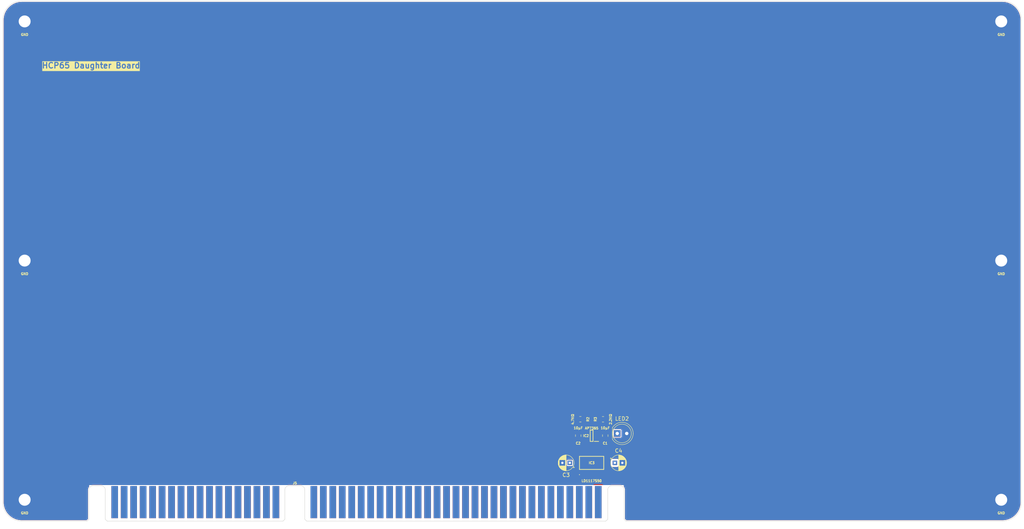
<source format=kicad_pcb>
(kicad_pcb (version 20221018) (generator pcbnew)
  (layers (0 "F.Cu" signal) (31 "B.Cu" signal) (36 "B.SilkS" user "B.Silkscreen") (37 "F.SilkS" user "F.Silkscreen") (38 "B.Mask" user) (39 "F.Mask" user) (44 "Edge.Cuts" user))
  (net 0 "")
  (net 1 "/5V")
  (net 2 "/GND")
  (net 11 "/3.3V")
  (net 54 "/12V")
  (net 95 "Net-(LED2-K)")
  (footprint "SamacSys_Parts:LD1117S33C" (layer "F.Cu") (at 169.672 148.856)
    (fp_text reference "IC3" (at 0 0) (layer "F.SilkS") (effects (font (size 0.635 0.635))))
    (fp_text value "LD1117S50C" hide)
    (fp_text user "${Silkscreen}" (at 0 4.826) (layer "F.SilkS") (effects (font (size 0.635 0.635))))
    (fp_line (start -3.252 3.125) (end -3.252 3.125) (stroke (width 0.1)) (layer "F.SilkS"))
    (fp_line (start -3.252 3.225) (end -3.252 3.225) (stroke (width 0.1)) (layer "F.SilkS"))
    (fp_line (start -3.25 -1.75) (end 3.25 -1.75) (stroke (width 0.2)) (layer "F.SilkS"))
    (fp_line (start -3.25 1.75) (end -3.25 -1.75) (stroke (width 0.2)) (layer "F.SilkS"))
    (fp_line (start 3.25 -1.75) (end 3.25 1.75) (stroke (width 0.2)) (layer "F.SilkS"))
    (fp_line (start 3.25 1.75) (end -3.25 1.75) (stroke (width 0.2)) (layer "F.SilkS"))
    (fp_arc (start -3.252 3.125) (mid -3.202 3.175) (end -3.252 3.225) (stroke (width 0.1)) (layer "F.SilkS"))
    (fp_arc (start -3.252 3.225) (mid -3.302 3.175) (end -3.252 3.125) (stroke (width 0.1)) (layer "F.SilkS"))
    (pad "1" smd rect (at -2.3 3.2) (size 1.2 1.5) (layers "F.Cu" "F.Paste" "F.Mask") (net 2 "/GND"))
    (pad "2" smd rect (at 0 3.2) (size 1.2 1.5) (layers "F.Cu" "F.Paste" "F.Mask") (net 1 "/5V"))
    (pad "3" smd rect (at 2.3 3.2) (size 1.2 1.5) (layers "F.Cu" "F.Paste" "F.Mask") (net 54 "/12V"))
    (pad "4" smd rect (at 0 -3.2 90) (size 1.5 3.3) (layers "F.Cu" "F.Paste" "F.Mask"))
  )
  (footprint "SamacSys_Parts:C_0805" (layer "F.Cu") (at 173.325001 141.531 180)
    (fp_text reference "C1" (at 0.027 -2.075) (layer "F.SilkS") (effects (font (size 0.635 0.635))))
    (fp_text value "10µF" (at 0 2.032) (layer "F.SilkS") (effects (font (size 0.635 0.635))))
    (fp_line (start -0.735 0.245252) (end -0.735 -0.277252) (stroke (width 0.12)) (layer "F.SilkS"))
    (fp_line (start 0.735 0.245252) (end 0.735 -0.277252) (stroke (width 0.12)) (layer "F.SilkS"))
    (pad "1" smd roundrect (at 0 0.934 270) (size 1 1.45) (layers "F.Cu" "F.Paste" "F.Mask") (net 1 "/5V"))
    (pad "2" smd roundrect (at 0 -0.966 270) (size 1 1.45) (layers "F.Cu" "F.Paste" "F.Mask") (net 2 "/GND"))
  )
  (footprint "HCP65_Parts:HCP65_MountingHole_M3_" (layer "F.Cu") (at 17.788 30.48)
    (fp_text reference "H19" hide)
    (fp_text value "MountingHole_Pad")
    (fp_text user "GND" (at 0 3.556 unlocked) (layer "F.SilkS") (effects (font (size 0.635 0.635))))
    (pad "1" thru_hole circle (at 0 0) (size 5.6 5.6) (drill 3.2) (layers "*.Cu" "*.Mask") (net 2 "/GND"))
  )
  (footprint "Capacitor_THT:CP_Radial_D4.0mm_P2.00mm" (layer "F.Cu") (at 175.903 148.856)
    (fp_text reference "C4" (at 1 -3.25) (layer "F.SilkS"))
    (fp_text value "C_Polarized")
    (fp_line (start -1.269801 -1.195) (end -0.869801 -1.195) (stroke (width 0.12)) (layer "F.SilkS"))
    (fp_line (start -1.069801 -1.395) (end -1.069801 -0.995) (stroke (width 0.12)) (layer "F.SilkS"))
    (fp_line (start 1 -2.08) (end 1 2.08) (stroke (width 0.12)) (layer "F.SilkS"))
    (fp_line (start 1.04 -2.08) (end 1.04 2.08) (stroke (width 0.12)) (layer "F.SilkS"))
    (fp_line (start 1.08 -2.079) (end 1.08 2.079) (stroke (width 0.12)) (layer "F.SilkS"))
    (fp_line (start 1.12 -2.077) (end 1.12 2.077) (stroke (width 0.12)) (layer "F.SilkS"))
    (fp_line (start 1.16 -2.074) (end 1.16 2.074) (stroke (width 0.12)) (layer "F.SilkS"))
    (fp_line (start 1.2 -2.071) (end 1.2 -0.84) (stroke (width 0.12)) (layer "F.SilkS"))
    (fp_line (start 1.2 0.84) (end 1.2 2.071) (stroke (width 0.12)) (layer "F.SilkS"))
    (fp_line (start 1.24 -2.067) (end 1.24 -0.84) (stroke (width 0.12)) (layer "F.SilkS"))
    (fp_line (start 1.24 0.84) (end 1.24 2.067) (stroke (width 0.12)) (layer "F.SilkS"))
    (fp_line (start 1.28 -2.062) (end 1.28 -0.84) (stroke (width 0.12)) (layer "F.SilkS"))
    (fp_line (start 1.28 0.84) (end 1.28 2.062) (stroke (width 0.12)) (layer "F.SilkS"))
    (fp_line (start 1.32 -2.056) (end 1.32 -0.84) (stroke (width 0.12)) (layer "F.SilkS"))
    (fp_line (start 1.32 0.84) (end 1.32 2.056) (stroke (width 0.12)) (layer "F.SilkS"))
    (fp_line (start 1.36 -2.05) (end 1.36 -0.84) (stroke (width 0.12)) (layer "F.SilkS"))
    (fp_line (start 1.36 0.84) (end 1.36 2.05) (stroke (width 0.12)) (layer "F.SilkS"))
    (fp_line (start 1.4 -2.042) (end 1.4 -0.84) (stroke (width 0.12)) (layer "F.SilkS"))
    (fp_line (start 1.4 0.84) (end 1.4 2.042) (stroke (width 0.12)) (layer "F.SilkS"))
    (fp_line (start 1.44 -2.034) (end 1.44 -0.84) (stroke (width 0.12)) (layer "F.SilkS"))
    (fp_line (start 1.44 0.84) (end 1.44 2.034) (stroke (width 0.12)) (layer "F.SilkS"))
    (fp_line (start 1.48 -2.025) (end 1.48 -0.84) (stroke (width 0.12)) (layer "F.SilkS"))
    (fp_line (start 1.48 0.84) (end 1.48 2.025) (stroke (width 0.12)) (layer "F.SilkS"))
    (fp_line (start 1.52 -2.016) (end 1.52 -0.84) (stroke (width 0.12)) (layer "F.SilkS"))
    (fp_line (start 1.52 0.84) (end 1.52 2.016) (stroke (width 0.12)) (layer "F.SilkS"))
    (fp_line (start 1.56 -2.005) (end 1.56 -0.84) (stroke (width 0.12)) (layer "F.SilkS"))
    (fp_line (start 1.56 0.84) (end 1.56 2.005) (stroke (width 0.12)) (layer "F.SilkS"))
    (fp_line (start 1.6 -1.994) (end 1.6 -0.84) (stroke (width 0.12)) (layer "F.SilkS"))
    (fp_line (start 1.6 0.84) (end 1.6 1.994) (stroke (width 0.12)) (layer "F.SilkS"))
    (fp_line (start 1.64 -1.982) (end 1.64 -0.84) (stroke (width 0.12)) (layer "F.SilkS"))
    (fp_line (start 1.64 0.84) (end 1.64 1.982) (stroke (width 0.12)) (layer "F.SilkS"))
    (fp_line (start 1.68 -1.968) (end 1.68 -0.84) (stroke (width 0.12)) (layer "F.SilkS"))
    (fp_line (start 1.68 0.84) (end 1.68 1.968) (stroke (width 0.12)) (layer "F.SilkS"))
    (fp_line (start 1.721 -1.954) (end 1.721 -0.84) (stroke (width 0.12)) (layer "F.SilkS"))
    (fp_line (start 1.721 0.84) (end 1.721 1.954) (stroke (width 0.12)) (layer "F.SilkS"))
    (fp_line (start 1.761 -1.94) (end 1.761 -0.84) (stroke (width 0.12)) (layer "F.SilkS"))
    (fp_line (start 1.761 0.84) (end 1.761 1.94) (stroke (width 0.12)) (layer "F.SilkS"))
    (fp_line (start 1.801 -1.924) (end 1.801 -0.84) (stroke (width 0.12)) (layer "F.SilkS"))
    (fp_line (start 1.801 0.84) (end 1.801 1.924) (stroke (width 0.12)) (layer "F.SilkS"))
    (fp_line (start 1.841 -1.907) (end 1.841 -0.84) (stroke (width 0.12)) (layer "F.SilkS"))
    (fp_line (start 1.841 0.84) (end 1.841 1.907) (stroke (width 0.12)) (layer "F.SilkS"))
    (fp_line (start 1.881 -1.889) (end 1.881 -0.84) (stroke (width 0.12)) (layer "F.SilkS"))
    (fp_line (start 1.881 0.84) (end 1.881 1.889) (stroke (width 0.12)) (layer "F.SilkS"))
    (fp_line (start 1.921 -1.87) (end 1.921 -0.84) (stroke (width 0.12)) (layer "F.SilkS"))
    (fp_line (start 1.921 0.84) (end 1.921 1.87) (stroke (width 0.12)) (layer "F.SilkS"))
    (fp_line (start 1.961 -1.851) (end 1.961 -0.84) (stroke (width 0.12)) (layer "F.SilkS"))
    (fp_line (start 1.961 0.84) (end 1.961 1.851) (stroke (width 0.12)) (layer "F.SilkS"))
    (fp_line (start 2.001 -1.83) (end 2.001 -0.84) (stroke (width 0.12)) (layer "F.SilkS"))
    (fp_line (start 2.001 0.84) (end 2.001 1.83) (stroke (width 0.12)) (layer "F.SilkS"))
    (fp_line (start 2.041 -1.808) (end 2.041 -0.84) (stroke (width 0.12)) (layer "F.SilkS"))
    (fp_line (start 2.041 0.84) (end 2.041 1.808) (stroke (width 0.12)) (layer "F.SilkS"))
    (fp_line (start 2.081 -1.785) (end 2.081 -0.84) (stroke (width 0.12)) (layer "F.SilkS"))
    (fp_line (start 2.081 0.84) (end 2.081 1.785) (stroke (width 0.12)) (layer "F.SilkS"))
    (fp_line (start 2.121 -1.76) (end 2.121 -0.84) (stroke (width 0.12)) (layer "F.SilkS"))
    (fp_line (start 2.121 0.84) (end 2.121 1.76) (stroke (width 0.12)) (layer "F.SilkS"))
    (fp_line (start 2.161 -1.735) (end 2.161 -0.84) (stroke (width 0.12)) (layer "F.SilkS"))
    (fp_line (start 2.161 0.84) (end 2.161 1.735) (stroke (width 0.12)) (layer "F.SilkS"))
    (fp_line (start 2.201 -1.708) (end 2.201 -0.84) (stroke (width 0.12)) (layer "F.SilkS"))
    (fp_line (start 2.201 0.84) (end 2.201 1.708) (stroke (width 0.12)) (layer "F.SilkS"))
    (fp_line (start 2.241 -1.68) (end 2.241 -0.84) (stroke (width 0.12)) (layer "F.SilkS"))
    (fp_line (start 2.241 0.84) (end 2.241 1.68) (stroke (width 0.12)) (layer "F.SilkS"))
    (fp_line (start 2.281 -1.65) (end 2.281 -0.84) (stroke (width 0.12)) (layer "F.SilkS"))
    (fp_line (start 2.281 0.84) (end 2.281 1.65) (stroke (width 0.12)) (layer "F.SilkS"))
    (fp_line (start 2.321 -1.619) (end 2.321 -0.84) (stroke (width 0.12)) (layer "F.SilkS"))
    (fp_line (start 2.321 0.84) (end 2.321 1.619) (stroke (width 0.12)) (layer "F.SilkS"))
    (fp_line (start 2.361 -1.587) (end 2.361 -0.84) (stroke (width 0.12)) (layer "F.SilkS"))
    (fp_line (start 2.361 0.84) (end 2.361 1.587) (stroke (width 0.12)) (layer "F.SilkS"))
    (fp_line (start 2.401 -1.552) (end 2.401 -0.84) (stroke (width 0.12)) (layer "F.SilkS"))
    (fp_line (start 2.401 0.84) (end 2.401 1.552) (stroke (width 0.12)) (layer "F.SilkS"))
    (fp_line (start 2.441 -1.516) (end 2.441 -0.84) (stroke (width 0.12)) (layer "F.SilkS"))
    (fp_line (start 2.441 0.84) (end 2.441 1.516) (stroke (width 0.12)) (layer "F.SilkS"))
    (fp_line (start 2.481 -1.478) (end 2.481 -0.84) (stroke (width 0.12)) (layer "F.SilkS"))
    (fp_line (start 2.481 0.84) (end 2.481 1.478) (stroke (width 0.12)) (layer "F.SilkS"))
    (fp_line (start 2.521 -1.438) (end 2.521 -0.84) (stroke (width 0.12)) (layer "F.SilkS"))
    (fp_line (start 2.521 0.84) (end 2.521 1.438) (stroke (width 0.12)) (layer "F.SilkS"))
    (fp_line (start 2.561 -1.396) (end 2.561 -0.84) (stroke (width 0.12)) (layer "F.SilkS"))
    (fp_line (start 2.561 0.84) (end 2.561 1.396) (stroke (width 0.12)) (layer "F.SilkS"))
    (fp_line (start 2.601 -1.351) (end 2.601 -0.84) (stroke (width 0.12)) (layer "F.SilkS"))
    (fp_line (start 2.601 0.84) (end 2.601 1.351) (stroke (width 0.12)) (layer "F.SilkS"))
    (fp_line (start 2.641 -1.304) (end 2.641 -0.84) (stroke (width 0.12)) (layer "F.SilkS"))
    (fp_line (start 2.641 0.84) (end 2.641 1.304) (stroke (width 0.12)) (layer "F.SilkS"))
    (fp_line (start 2.681 -1.254) (end 2.681 -0.84) (stroke (width 0.12)) (layer "F.SilkS"))
    (fp_line (start 2.681 0.84) (end 2.681 1.254) (stroke (width 0.12)) (layer "F.SilkS"))
    (fp_line (start 2.721 -1.2) (end 2.721 -0.84) (stroke (width 0.12)) (layer "F.SilkS"))
    (fp_line (start 2.721 0.84) (end 2.721 1.2) (stroke (width 0.12)) (layer "F.SilkS"))
    (fp_line (start 2.761 -1.142) (end 2.761 -0.84) (stroke (width 0.12)) (layer "F.SilkS"))
    (fp_line (start 2.761 0.84) (end 2.761 1.142) (stroke (width 0.12)) (layer "F.SilkS"))
    (fp_line (start 2.801 -1.08) (end 2.801 -0.84) (stroke (width 0.12)) (layer "F.SilkS"))
    (fp_line (start 2.801 0.84) (end 2.801 1.08) (stroke (width 0.12)) (layer "F.SilkS"))
    (fp_line (start 2.841 -1.013) (end 2.841 1.013) (stroke (width 0.12)) (layer "F.SilkS"))
    (fp_line (start 2.881 -0.94) (end 2.881 0.94) (stroke (width 0.12)) (layer "F.SilkS"))
    (fp_line (start 2.921 -0.859) (end 2.921 0.859) (stroke (width 0.12)) (layer "F.SilkS"))
    (fp_line (start 2.961 -0.768) (end 2.961 0.768) (stroke (width 0.12)) (layer "F.SilkS"))
    (fp_line (start 3.001 -0.664) (end 3.001 0.664) (stroke (width 0.12)) (layer "F.SilkS"))
    (fp_line (start 3.041 -0.537) (end 3.041 0.537) (stroke (width 0.12)) (layer "F.SilkS"))
    (fp_line (start 3.081 -0.37) (end 3.081 0.37) (stroke (width 0.12)) (layer "F.SilkS"))
    (fp_circle (center 1 0) (end 3.12 0) (stroke (width 0.12)) (fill none) (layer "F.SilkS"))
    (pad "1" thru_hole rect (at 0 0) (size 1.2 1.2) (drill 0.6) (layers "*.Cu" "*.Mask") (net 54 "/12V"))
    (pad "2" thru_hole circle (at 2 0) (size 1.2 1.2) (drill 0.6) (layers "*.Cu" "*.Mask") (net 2 "/GND"))
  )
  (footprint "HCP65_Parts:HCP65_MountingHole_M3_" (layer "F.Cu") (at 279.408 30.48)
    (fp_text reference "H8" hide)
    (fp_text value "MountingHole_Pad")
    (fp_text user "GND" (at 0 3.556 unlocked) (layer "F.SilkS") (effects (font (size 0.635 0.635))))
    (pad "1" thru_hole circle (at 0 0) (size 5.6 5.6) (drill 3.2) (layers "*.Cu" "*.Mask") (net 2 "/GND"))
  )
  (footprint "SamacSys_Parts:SOT95P285X130-5N" (layer "F.Cu") (at 169.672 141.592 180)
    (fp_text reference "IC2" (at 1.524 0 180) (layer "F.SilkS") (effects (font (size 0.635 0.635))))
    (fp_text value "AP7365-33WG-7" hide)
    (fp_text user "${Silkscreen}" (at 0 2.032 180) (layer "F.SilkS") (effects (font (size 0.635 0.635))))
    (fp_line (start -1.875 -1.5) (end -0.725 -1.5) (stroke (width 0.2)) (layer "F.SilkS"))
    (fp_line (start -0.375 -1.5) (end 0.375 -1.5) (stroke (width 0.2)) (layer "F.SilkS"))
    (fp_line (start -0.375 1.5) (end -0.375 -1.5) (stroke (width 0.2)) (layer "F.SilkS"))
    (fp_line (start 0.375 -1.5) (end 0.375 1.5) (stroke (width 0.2)) (layer "F.SilkS"))
    (fp_line (start 0.375 1.5) (end -0.375 1.5) (stroke (width 0.2)) (layer "F.SilkS"))
    (pad "1" smd rect (at -1.3 -0.95 270) (size 0.6 1.15) (layers "F.Cu" "F.Paste" "F.Mask") (net 1 "/5V"))
    (pad "2" smd rect (at -1.3 0 270) (size 0.6 1.15) (layers "F.Cu" "F.Paste" "F.Mask") (net 2 "/GND"))
    (pad "3" smd rect (at -1.3 0.95 270) (size 0.6 1.15) (layers "F.Cu" "F.Paste" "F.Mask") (net 1 "/5V"))
    (pad "4" smd rect (at 1.3 0.95 270) (size 0.6 1.15) (layers "F.Cu" "F.Paste" "F.Mask"))
    (pad "5" smd rect (at 1.3 -0.95 270) (size 0.6 1.15) (layers "F.Cu" "F.Paste" "F.Mask") (net 11 "/3.3V"))
  )
  (footprint "SamacSys_Parts:C_0805" (layer "F.Cu") (at 166.086001 141.531 180)
    (fp_text reference "C2" (at 0.027 -2.075) (layer "F.SilkS") (effects (font (size 0.635 0.635))))
    (fp_text value "10µF" (at 0 2.032) (layer "F.SilkS") (effects (font (size 0.635 0.635))))
    (fp_line (start -0.735 0.245252) (end -0.735 -0.277252) (stroke (width 0.12)) (layer "F.SilkS"))
    (fp_line (start 0.735 0.245252) (end 0.735 -0.277252) (stroke (width 0.12)) (layer "F.SilkS"))
    (pad "1" smd roundrect (at 0 0.934 270) (size 1 1.45) (layers "F.Cu" "F.Paste" "F.Mask") (net 11 "/3.3V"))
    (pad "2" smd roundrect (at 0 -0.966 270) (size 1 1.45) (layers "F.Cu" "F.Paste" "F.Mask") (net 2 "/GND"))
  )
  (footprint "SamacSys_Parts:R_0805" (layer "F.Cu") (at 166.6555 137.17 -90)
    (fp_text reference "R2" (at 0 -2.032 -270) (layer "F.SilkS") (effects (font (size 0.635 0.635))))
    (fp_text value "4.7KΩ" (at 0 2.032 90) (layer "F.SilkS") (effects (font (size 0.635 0.635))))
    (fp_line (start -0.745 0.227064) (end -0.745 -0.227064) (stroke (width 0.12)) (layer "F.SilkS"))
    (fp_line (start 0.725 0.227064) (end 0.725 -0.227064) (stroke (width 0.12)) (layer "F.SilkS"))
    (pad "1" smd roundrect (at -0.01 0.9125) (size 1.025 1.4) (layers "F.Cu" "F.Paste" "F.Mask") (roundrect_rratio 0.243902439) (net 1 "/5V"))
    (pad "2" smd roundrect (at -0.01 -0.9125) (size 1.025 1.4) (layers "F.Cu" "F.Paste" "F.Mask") (roundrect_rratio 0.243902439) (net 2 "/GND"))
  )
  (footprint "LED_THT:LED_D5.0mm" (layer "F.Cu") (at 176.538 140.97)
    (fp_text reference "LED2" (at 1.27 -3.96) (layer "F.SilkS"))
    (fp_text value "LED")
    (fp_line (start -1.29 -1.545) (end -1.29 1.545) (stroke (width 0.12)) (layer "F.SilkS"))
    (fp_arc (start -1.29 -1.54483) (mid 2.072002 -2.880433) (end 4.26 0.000462) (stroke (width 0.12)) (layer "F.SilkS"))
    (fp_arc (start 4.26 -0.000462) (mid 2.072002 2.880433) (end -1.29 1.54483) (stroke (width 0.12)) (layer "F.SilkS"))
    (fp_circle (center 1.27 0) (end 3.77 0) (stroke (width 0.12)) (fill none) (layer "F.SilkS"))
    (pad "1" thru_hole rect (at 0 0) (size 1.8 1.8) (drill 0.9) (layers "*.Cu" "*.Mask") (net 95 "Net-(LED2-K)"))
    (pad "2" thru_hole circle (at 2.54 0) (size 1.8 1.8) (drill 0.9) (layers "*.Cu" "*.Mask") (net 2 "/GND"))
  )
  (footprint "Capacitor_THT:CP_Radial_D4.0mm_P2.00mm" (layer "F.Cu") (at 163.838 148.856 180)
    (fp_text reference "C3" (at 1 -3.25) (layer "F.SilkS"))
    (fp_text value "C_Polarized")
    (fp_line (start -1.269801 -1.195) (end -0.869801 -1.195) (stroke (width 0.12)) (layer "F.SilkS"))
    (fp_line (start -1.069801 -1.395) (end -1.069801 -0.995) (stroke (width 0.12)) (layer "F.SilkS"))
    (fp_line (start 1 -2.08) (end 1 2.08) (stroke (width 0.12)) (layer "F.SilkS"))
    (fp_line (start 1.04 -2.08) (end 1.04 2.08) (stroke (width 0.12)) (layer "F.SilkS"))
    (fp_line (start 1.08 -2.079) (end 1.08 2.079) (stroke (width 0.12)) (layer "F.SilkS"))
    (fp_line (start 1.12 -2.077) (end 1.12 2.077) (stroke (width 0.12)) (layer "F.SilkS"))
    (fp_line (start 1.16 -2.074) (end 1.16 2.074) (stroke (width 0.12)) (layer "F.SilkS"))
    (fp_line (start 1.2 -2.071) (end 1.2 -0.84) (stroke (width 0.12)) (layer "F.SilkS"))
    (fp_line (start 1.2 0.84) (end 1.2 2.071) (stroke (width 0.12)) (layer "F.SilkS"))
    (fp_line (start 1.24 -2.067) (end 1.24 -0.84) (stroke (width 0.12)) (layer "F.SilkS"))
    (fp_line (start 1.24 0.84) (end 1.24 2.067) (stroke (width 0.12)) (layer "F.SilkS"))
    (fp_line (start 1.28 -2.062) (end 1.28 -0.84) (stroke (width 0.12)) (layer "F.SilkS"))
    (fp_line (start 1.28 0.84) (end 1.28 2.062) (stroke (width 0.12)) (layer "F.SilkS"))
    (fp_line (start 1.32 -2.056) (end 1.32 -0.84) (stroke (width 0.12)) (layer "F.SilkS"))
    (fp_line (start 1.32 0.84) (end 1.32 2.056) (stroke (width 0.12)) (layer "F.SilkS"))
    (fp_line (start 1.36 -2.05) (end 1.36 -0.84) (stroke (width 0.12)) (layer "F.SilkS"))
    (fp_line (start 1.36 0.84) (end 1.36 2.05) (stroke (width 0.12)) (layer "F.SilkS"))
    (fp_line (start 1.4 -2.042) (end 1.4 -0.84) (stroke (width 0.12)) (layer "F.SilkS"))
    (fp_line (start 1.4 0.84) (end 1.4 2.042) (stroke (width 0.12)) (layer "F.SilkS"))
    (fp_line (start 1.44 -2.034) (end 1.44 -0.84) (stroke (width 0.12)) (layer "F.SilkS"))
    (fp_line (start 1.44 0.84) (end 1.44 2.034) (stroke (width 0.12)) (layer "F.SilkS"))
    (fp_line (start 1.48 -2.025) (end 1.48 -0.84) (stroke (width 0.12)) (layer "F.SilkS"))
    (fp_line (start 1.48 0.84) (end 1.48 2.025) (stroke (width 0.12)) (layer "F.SilkS"))
    (fp_line (start 1.52 -2.016) (end 1.52 -0.84) (stroke (width 0.12)) (layer "F.SilkS"))
    (fp_line (start 1.52 0.84) (end 1.52 2.016) (stroke (width 0.12)) (layer "F.SilkS"))
    (fp_line (start 1.56 -2.005) (end 1.56 -0.84) (stroke (width 0.12)) (layer "F.SilkS"))
    (fp_line (start 1.56 0.84) (end 1.56 2.005) (stroke (width 0.12)) (layer "F.SilkS"))
    (fp_line (start 1.6 -1.994) (end 1.6 -0.84) (stroke (width 0.12)) (layer "F.SilkS"))
    (fp_line (start 1.6 0.84) (end 1.6 1.994) (stroke (width 0.12)) (layer "F.SilkS"))
    (fp_line (start 1.64 -1.982) (end 1.64 -0.84) (stroke (width 0.12)) (layer "F.SilkS"))
    (fp_line (start 1.64 0.84) (end 1.64 1.982) (stroke (width 0.12)) (layer "F.SilkS"))
    (fp_line (start 1.68 -1.968) (end 1.68 -0.84) (stroke (width 0.12)) (layer "F.SilkS"))
    (fp_line (start 1.68 0.84) (end 1.68 1.968) (stroke (width 0.12)) (layer "F.SilkS"))
    (fp_line (start 1.721 -1.954) (end 1.721 -0.84) (stroke (width 0.12)) (layer "F.SilkS"))
    (fp_line (start 1.721 0.84) (end 1.721 1.954) (stroke (width 0.12)) (layer "F.SilkS"))
    (fp_line (start 1.761 -1.94) (end 1.761 -0.84) (stroke (width 0.12)) (layer "F.SilkS"))
    (fp_line (start 1.761 0.84) (end 1.761 1.94) (stroke (width 0.12)) (layer "F.SilkS"))
    (fp_line (start 1.801 -1.924) (end 1.801 -0.84) (stroke (width 0.12)) (layer "F.SilkS"))
    (fp_line (start 1.801 0.84) (end 1.801 1.924) (stroke (width 0.12)) (layer "F.SilkS"))
    (fp_line (start 1.841 -1.907) (end 1.841 -0.84) (stroke (width 0.12)) (layer "F.SilkS"))
    (fp_line (start 1.841 0.84) (end 1.841 1.907) (stroke (width 0.12)) (layer "F.SilkS"))
    (fp_line (start 1.881 -1.889) (end 1.881 -0.84) (stroke (width 0.12)) (layer "F.SilkS"))
    (fp_line (start 1.881 0.84) (end 1.881 1.889) (stroke (width 0.12)) (layer "F.SilkS"))
    (fp_line (start 1.921 -1.87) (end 1.921 -0.84) (stroke (width 0.12)) (layer "F.SilkS"))
    (fp_line (start 1.921 0.84) (end 1.921 1.87) (stroke (width 0.12)) (layer "F.SilkS"))
    (fp_line (start 1.961 -1.851) (end 1.961 -0.84) (stroke (width 0.12)) (layer "F.SilkS"))
    (fp_line (start 1.961 0.84) (end 1.961 1.851) (stroke (width 0.12)) (layer "F.SilkS"))
    (fp_line (start 2.001 -1.83) (end 2.001 -0.84) (stroke (width 0.12)) (layer "F.SilkS"))
    (fp_line (start 2.001 0.84) (end 2.001 1.83) (stroke (width 0.12)) (layer "F.SilkS"))
    (fp_line (start 2.041 -1.808) (end 2.041 -0.84) (stroke (width 0.12)) (layer "F.SilkS"))
    (fp_line (start 2.041 0.84) (end 2.041 1.808) (stroke (width 0.12)) (layer "F.SilkS"))
    (fp_line (start 2.081 -1.785) (end 2.081 -0.84) (stroke (width 0.12)) (layer "F.SilkS"))
    (fp_line (start 2.081 0.84) (end 2.081 1.785) (stroke (width 0.12)) (layer "F.SilkS"))
    (fp_line (start 2.121 -1.76) (end 2.121 -0.84) (stroke (width 0.12)) (layer "F.SilkS"))
    (fp_line (start 2.121 0.84) (end 2.121 1.76) (stroke (width 0.12)) (layer "F.SilkS"))
    (fp_line (start 2.161 -1.735) (end 2.161 -0.84) (stroke (width 0.12)) (layer "F.SilkS"))
    (fp_line (start 2.161 0.84) (end 2.161 1.735) (stroke (width 0.12)) (layer "F.SilkS"))
    (fp_line (start 2.201 -1.708) (end 2.201 -0.84) (stroke (width 0.12)) (layer "F.SilkS"))
    (fp_line (start 2.201 0.84) (end 2.201 1.708) (stroke (width 0.12)) (layer "F.SilkS"))
    (fp_line (start 2.241 -1.68) (end 2.241 -0.84) (stroke (width 0.12)) (layer "F.SilkS"))
    (fp_line (start 2.241 0.84) (end 2.241 1.68) (stroke (width 0.12)) (layer "F.SilkS"))
    (fp_line (start 2.281 -1.65) (end 2.281 -0.84) (stroke (width 0.12)) (layer "F.SilkS"))
    (fp_line (start 2.281 0.84) (end 2.281 1.65) (stroke (width 0.12)) (layer "F.SilkS"))
    (fp_line (start 2.321 -1.619) (end 2.321 -0.84) (stroke (width 0.12)) (layer "F.SilkS"))
    (fp_line (start 2.321 0.84) (end 2.321 1.619) (stroke (width 0.12)) (layer "F.SilkS"))
    (fp_line (start 2.361 -1.587) (end 2.361 -0.84) (stroke (width 0.12)) (layer "F.SilkS"))
    (fp_line (start 2.361 0.84) (end 2.361 1.587) (stroke (width 0.12)) (layer "F.SilkS"))
    (fp_line (start 2.401 -1.552) (end 2.401 -0.84) (stroke (width 0.12)) (layer "F.SilkS"))
    (fp_line (start 2.401 0.84) (end 2.401 1.552) (stroke (width 0.12)) (layer "F.SilkS"))
    (fp_line (start 2.441 -1.516) (end 2.441 -0.84) (stroke (width 0.12)) (layer "F.SilkS"))
    (fp_line (start 2.441 0.84) (end 2.441 1.516) (stroke (width 0.12)) (layer "F.SilkS"))
    (fp_line (start 2.481 -1.478) (end 2.481 -0.84) (stroke (width 0.12)) (layer "F.SilkS"))
    (fp_line (start 2.481 0.84) (end 2.481 1.478) (stroke (width 0.12)) (layer "F.SilkS"))
    (fp_line (start 2.521 -1.438) (end 2.521 -0.84) (stroke (width 0.12)) (layer "F.SilkS"))
    (fp_line (start 2.521 0.84) (end 2.521 1.438) (stroke (width 0.12)) (layer "F.SilkS"))
    (fp_line (start 2.561 -1.396) (end 2.561 -0.84) (stroke (width 0.12)) (layer "F.SilkS"))
    (fp_line (start 2.561 0.84) (end 2.561 1.396) (stroke (width 0.12)) (layer "F.SilkS"))
    (fp_line (start 2.601 -1.351) (end 2.601 -0.84) (stroke (width 0.12)) (layer "F.SilkS"))
    (fp_line (start 2.601 0.84) (end 2.601 1.351) (stroke (width 0.12)) (layer "F.SilkS"))
    (fp_line (start 2.641 -1.304) (end 2.641 -0.84) (stroke (width 0.12)) (layer "F.SilkS"))
    (fp_line (start 2.641 0.84) (end 2.641 1.304) (stroke (width 0.12)) (layer "F.SilkS"))
    (fp_line (start 2.681 -1.254) (end 2.681 -0.84) (stroke (width 0.12)) (layer "F.SilkS"))
    (fp_line (start 2.681 0.84) (end 2.681 1.254) (stroke (width 0.12)) (layer "F.SilkS"))
    (fp_line (start 2.721 -1.2) (end 2.721 -0.84) (stroke (width 0.12)) (layer "F.SilkS"))
    (fp_line (start 2.721 0.84) (end 2.721 1.2) (stroke (width 0.12)) (layer "F.SilkS"))
    (fp_line (start 2.761 -1.142) (end 2.761 -0.84) (stroke (width 0.12)) (layer "F.SilkS"))
    (fp_line (start 2.761 0.84) (end 2.761 1.142) (stroke (width 0.12)) (layer "F.SilkS"))
    (fp_line (start 2.801 -1.08) (end 2.801 -0.84) (stroke (width 0.12)) (layer "F.SilkS"))
    (fp_line (start 2.801 0.84) (end 2.801 1.08) (stroke (width 0.12)) (layer "F.SilkS"))
    (fp_line (start 2.841 -1.013) (end 2.841 1.013) (stroke (width 0.12)) (layer "F.SilkS"))
    (fp_line (start 2.881 -0.94) (end 2.881 0.94) (stroke (width 0.12)) (layer "F.SilkS"))
    (fp_line (start 2.921 -0.859) (end 2.921 0.859) (stroke (width 0.12)) (layer "F.SilkS"))
    (fp_line (start 2.961 -0.768) (end 2.961 0.768) (stroke (width 0.12)) (layer "F.SilkS"))
    (fp_line (start 3.001 -0.664) (end 3.001 0.664) (stroke (width 0.12)) (layer "F.SilkS"))
    (fp_line (start 3.041 -0.537) (end 3.041 0.537) (stroke (width 0.12)) (layer "F.SilkS"))
    (fp_line (start 3.081 -0.37) (end 3.081 0.37) (stroke (width 0.12)) (layer "F.SilkS"))
    (fp_circle (center 1 0) (end 3.12 0) (stroke (width 0.12)) (fill none) (layer "F.SilkS"))
    (pad "1" thru_hole rect (at 0 0 180) (size 1.2 1.2) (drill 0.6) (layers "*.Cu" "*.Mask") (net 1 "/5V"))
    (pad "2" thru_hole circle (at 2 0 180) (size 1.2 1.2) (drill 0.6) (layers "*.Cu" "*.Mask") (net 2 "/GND"))
  )
  (footprint "HCP65_Parts:HCP65_MountingHole_M3_" (layer "F.Cu") (at 279.408 158.75)
    (fp_text reference "H16" hide)
    (fp_text value "MountingHole_Pad")
    (fp_text user "GND" (at 0 3.556 unlocked) (layer "F.SilkS") (effects (font (size 0.635 0.635))))
    (pad "1" thru_hole circle (at 0 0) (size 5.6 5.6) (drill 3.2) (layers "*.Cu" "*.Mask") (net 2 "/GND"))
  )
  (footprint "SamacSys_Parts:R_0805" (layer "F.Cu") (at 172.728 137.16 90)
    (fp_text reference "R3" (at 0 -2.032 90) (layer "F.SilkS") (effects (font (size 0.635 0.635))))
    (fp_text value "2.2KΩ" (at 0 2.032 90) (layer "F.SilkS") (effects (font (size 0.635 0.635))))
    (fp_line (start -0.745 0.227064) (end -0.745 -0.227064) (stroke (width 0.12)) (layer "F.SilkS"))
    (fp_line (start 0.725 0.227064) (end 0.725 -0.227064) (stroke (width 0.12)) (layer "F.SilkS"))
    (pad "1" smd roundrect (at -0.01 0.9125 180) (size 1.025 1.4) (layers "F.Cu" "F.Paste" "F.Mask") (roundrect_rratio 0.243902439) (net 95 "Net-(LED2-K)"))
    (pad "2" smd roundrect (at -0.01 -0.9125 180) (size 1.025 1.4) (layers "F.Cu" "F.Paste" "F.Mask") (roundrect_rratio 0.243902439) (net 1 "/5V"))
  )
  (footprint "HCP65_Parts:HCP65_MountingHole_M3_" (layer "F.Cu") (at 17.788 94.615)
    (fp_text reference "H1" hide)
    (fp_text value "MountingHole_Pad")
    (fp_text user "GND" (at 0 3.556 unlocked) (layer "F.SilkS") (effects (font (size 0.635 0.635))))
    (pad "1" thru_hole circle (at 0 0) (size 5.6 5.6) (drill 3.2) (layers "*.Cu" "*.Mask") (net 2 "/GND"))
  )
  (footprint "HCP65_Parts:HCP65_MountingHole_M3_" (layer "F.Cu") (at 279.408 94.615)
    (fp_text reference "H2" hide)
    (fp_text value "MountingHole_Pad")
    (fp_text user "GND" (at 0 3.556 unlocked) (layer "F.SilkS") (effects (font (size 0.635 0.635))))
    (pad "1" thru_hole circle (at 0 0) (size 5.6 5.6) (drill 3.2) (layers "*.Cu" "*.Mask") (net 2 "/GND"))
  )
  (footprint "SamacSys_Parts:98pin Edge Connector" (layer "F.Cu") (at 171.45 159.875001)
    (fp_text reference "J5" (at -81.28 -5.588) (layer "F.SilkS") (effects (font (size 0.635 0.635))))
    (fp_text value "395-098-520-350")
    (fp_line (start -136.459048 -3.81) (end -136.459048 4.09) (stroke (width 0.1)) (layer "Edge.Cuts"))
    (fp_line (start -136.459048 4.09) (end -136.959048 4.59) (stroke (width 0.1)) (layer "Edge.Cuts"))
    (fp_line (start -133.149048 -4.876799) (end -135.382 -4.876799) (stroke (width 0.1)) (layer "Edge.Cuts"))
    (fp_line (start -132.072 -3.81) (end -132.072 4.09) (stroke (width 0.1)) (layer "Edge.Cuts"))
    (fp_line (start -132.072 4.09) (end -131.572 4.59) (stroke (width 0.1)) (layer "Edge.Cuts"))
    (fp_line (start -131.572 4.59) (end -84.447 4.59) (stroke (width 0.1)) (layer "Edge.Cuts"))
    (fp_line (start -83.947 -3.81) (end -83.947 4.09) (stroke (width 0.1)) (layer "Edge.Cuts"))
    (fp_line (start -83.947 4.09) (end -84.447 4.59) (stroke (width 0.1)) (layer "Edge.Cuts"))
    (fp_line (start -79.690048 -4.876799) (end -82.869952 -4.876799) (stroke (width 0.1)) (layer "Edge.Cuts"))
    (fp_line (start -78.613 -3.81) (end -78.613 4.09) (stroke (width 0.1)) (layer "Edge.Cuts"))
    (fp_line (start -78.613 4.09) (end -78.113 4.59) (stroke (width 0.1)) (layer "Edge.Cuts"))
    (fp_line (start -78.113 4.59) (end 2.04 4.59) (stroke (width 0.1)) (layer "Edge.Cuts"))
    (fp_line (start 2.54 -3.823) (end 2.54 4.09) (stroke (width 0.1)) (layer "Edge.Cuts"))
    (fp_line (start 2.54 4.09) (end 2.04 4.59) (stroke (width 0.1)) (layer "Edge.Cuts"))
    (fp_line (start 3.617048 -4.889799) (end 5.85 -4.889799) (stroke (width 0.1)) (layer "Edge.Cuts"))
    (fp_line (start 6.927048 -3.823) (end 6.927048 4.09) (stroke (width 0.1)) (layer "Edge.Cuts"))
    (fp_line (start 6.927048 4.09) (end 7.427048 4.59) (stroke (width 0.1)) (layer "Edge.Cuts"))
    (fp_arc (start -136.459048 -3.81) (mid -136.141465 -4.566464) (end -135.382 -4.876799) (stroke (width 0.1)) (layer "Edge.Cuts"))
    (fp_arc (start -133.149048 -4.876799) (mid -132.389583 -4.566464) (end -132.072 -3.81) (stroke (width 0.1)) (layer "Edge.Cuts"))
    (fp_arc (start -83.947 -3.81) (mid -83.629417 -4.566464) (end -82.869952 -4.876799) (stroke (width 0.1)) (layer "Edge.Cuts"))
    (fp_arc (start -79.690048 -4.876799) (mid -78.930583 -4.566464) (end -78.613 -3.81) (stroke (width 0.1)) (layer "Edge.Cuts"))
    (fp_arc (start 2.54 -3.823) (mid 2.857581 -4.579465) (end 3.617048 -4.889799) (stroke (width 0.1)) (layer "Edge.Cuts"))
    (fp_arc (start 5.85 -4.889799) (mid 6.609441 -4.579453) (end 6.927048 -3.823) (stroke (width 0.1)) (layer "Edge.Cuts"))
    (pad "A1" connect rect (at 0 -0.508) (size 1.78 8.62) (layers "B.Cu" "B.Mask") (net 54 "/12V"))
    (pad "A2" connect rect (at -2.54 -0.508) (size 1.78 8.62) (layers "B.Cu" "B.Mask") (net 2 "/GND"))
    (pad "A3" connect rect (at -5.08 -0.508) (size 1.78 8.62) (layers "B.Cu" "B.Mask"))
    (pad "A4" connect rect (at -7.62 -0.508) (size 1.78 8.62) (layers "B.Cu" "B.Mask"))
    (pad "A5" connect rect (at -10.16 -0.508) (size 1.78 8.62) (layers "B.Cu" "B.Mask"))
    (pad "A6" connect rect (at -12.7 -0.508) (size 1.78 8.62) (layers "B.Cu" "B.Mask"))
    (pad "A7" connect rect (at -15.24 -0.508) (size 1.78 8.62) (layers "B.Cu" "B.Mask"))
    (pad "A8" connect rect (at -17.78 -0.508) (size 1.78 8.62) (layers "B.Cu" "B.Mask"))
    (pad "A9" connect rect (at -20.32 -0.508) (size 1.78 8.62) (layers "B.Cu" "B.Mask"))
    (pad "A10" connect rect (at -22.86 -0.508) (size 1.78 8.62) (layers "B.Cu" "B.Mask") (net 2 "/GND"))
    (pad "A11" connect rect (at -25.4 -0.508) (size 1.78 8.62) (layers "B.Cu" "B.Mask"))
    (pad "A12" connect rect (at -27.94 -0.508) (size 1.78 8.62) (layers "B.Cu" "B.Mask"))
    (pad "A13" connect rect (at -30.48 -0.508) (size 1.78 8.62) (layers "B.Cu" "B.Mask"))
    (pad "A14" connect rect (at -33.02 -0.508) (size 1.78 8.62) (layers "B.Cu" "B.Mask"))
    (pad "A15" connect rect (at -35.56 -0.508) (size 1.78 8.62) (layers "B.Cu" "B.Mask") (net 2 "/GND"))
    (pad "A16" connect rect (at -38.1 -0.508) (size 1.78 8.62) (layers "B.Cu" "B.Mask"))
    (pad "A17" connect rect (at -40.64 -0.508) (size 1.78 8.62) (layers "B.Cu" "B.Mask"))
    (pad "A18" connect rect (at -43.18 -0.508) (size 1.78 8.62) (layers "B.Cu" "B.Mask"))
    (pad "A19" connect rect (at -45.72 -0.508) (size 1.78 8.62) (layers "B.Cu" "B.Mask"))
    (pad "A20" connect rect (at -48.26 -0.508) (size 1.78 8.62) (layers "B.Cu" "B.Mask"))
    (pad "A21" connect rect (at -50.8 -0.508) (size 1.78 8.62) (layers "B.Cu" "B.Mask"))
    (pad "A22" connect rect (at -53.34 -0.508) (size 1.78 8.62) (layers "B.Cu" "B.Mask"))
    (pad "A23" connect rect (at -55.88 -0.508) (size 1.78 8.62) (layers "B.Cu" "B.Mask"))
    (pad "A24" connect rect (at -58.42 -0.508) (size 1.78 8.62) (layers "B.Cu" "B.Mask") (net 2 "/GND"))
    (pad "A25" connect rect (at -60.96 -0.508) (size 1.78 8.62) (layers "B.Cu" "B.Mask"))
    (pad "A26" connect rect (at -63.5 -0.508) (size 1.78 8.62) (layers "B.Cu" "B.Mask"))
    (pad "A27" connect rect (at -66.04 -0.508) (size 1.78 8.62) (layers "B.Cu" "B.Mask"))
    (pad "A28" connect rect (at -68.58 -0.508) (size 1.78 8.62) (layers "B.Cu" "B.Mask"))
    (pad "A29" connect rect (at -71.12 -0.508) (size 1.78 8.62) (layers "B.Cu" "B.Mask"))
    (pad "A30" connect rect (at -73.66 -0.508) (size 1.78 8.62) (layers "B.Cu" "B.Mask"))
    (pad "A31" connect rect (at -76.2 -0.508) (size 1.78 8.62) (layers "B.Cu" "B.Mask") (net 2 "/GND"))
    (pad "B1" connect rect (at 0 -0.508) (size 1.78 8.62) (layers "F.Cu" "F.Mask"))
    (pad "B2" connect rect (at -2.54 -0.508) (size 1.78 8.62) (layers "F.Cu" "F.Mask"))
    (pad "B3" connect rect (at -5.08 -0.508) (size 1.78 8.62) (layers "F.Cu" "F.Mask"))
    (pad "B4" connect rect (at -7.62 -0.508) (size 1.78 8.62) (layers "F.Cu" "F.Mask"))
    (pad "B5" connect rect (at -10.16 -0.508) (size 1.78 8.62) (layers "F.Cu" "F.Mask"))
    (pad "B6" connect rect (at -12.7 -0.508) (size 1.78 8.62) (layers "F.Cu" "F.Mask"))
    (pad "B7" connect rect (at -15.24 -0.508) (size 1.78 8.62) (layers "F.Cu" "F.Mask"))
    (pad "B8" connect rect (at -17.78 -0.508) (size 1.78 8.62) (layers "F.Cu" "F.Mask"))
    (pad "B9" connect rect (at -20.32 -0.508) (size 1.78 8.62) (layers "F.Cu" "F.Mask"))
    (pad "B10" connect rect (at -22.86 -0.508) (size 1.78 8.62) (layers "F.Cu" "F.Mask"))
    (pad "B11" connect rect (at -25.4 -0.508) (size 1.78 8.62) (layers "F.Cu" "F.Mask"))
    (pad "B12" connect rect (at -27.94 -0.508) (size 1.78 8.62) (layers "F.Cu" "F.Mask"))
    (pad "B13" connect rect (at -30.48 -0.508) (size 1.78 8.62) (layers "F.Cu" "F.Mask"))
    (pad "B14" connect rect (at -33.02 -0.508) (size 1.78 8.62) (layers "F.Cu" "F.Mask"))
    (pad "B15" connect rect (at -35.56 -0.508) (size 1.78 8.62) (layers "F.Cu" "F.Mask"))
    (pad "B16" connect rect (at -38.1 -0.508) (size 1.78 8.62) (layers "F.Cu" "F.Mask"))
    (pad "B17" connect rect (at -40.64 -0.508) (size 1.78 8.62) (layers "F.Cu" "F.Mask"))
    (pad "B18" connect rect (at -43.18 -0.508) (size 1.78 8.62) (layers "F.Cu" "F.Mask"))
    (pad "B19" connect rect (at -45.72 -0.508) (size 1.78 8.62) (layers "F.Cu" "F.Mask"))
    (pad "B20" connect rect (at -48.26 -0.508) (size 1.78 8.62) (layers "F.Cu" "F.Mask"))
    (pad "B21" connect rect (at -50.8 -0.508) (size 1.78 8.62) (layers "F.Cu" "F.Mask"))
    (pad "B22" connect rect (at -53.34 -0.508) (size 1.78 8.62) (layers "F.Cu" "F.Mask"))
    (pad "B23" connect rect (at -55.88 -0.508) (size 1.78 8.62) (layers "F.Cu" "F.Mask"))
    (pad "B24" connect rect (at -58.42 -0.508) (size 1.78 8.62) (layers "F.Cu" "F.Mask"))
    (pad "B25" connect rect (at -60.96 -0.508) (size 1.78 8.62) (layers "F.Cu" "F.Mask"))
    (pad "B26" connect rect (at -63.5 -0.508) (size 1.78 8.62) (layers "F.Cu" "F.Mask"))
    (pad "B27" connect rect (at -66.04 -0.508) (size 1.78 8.62) (layers "F.Cu" "F.Mask"))
    (pad "B28" connect rect (at -68.58 -0.508) (size 1.78 8.62) (layers "F.Cu" "F.Mask"))
    (pad "B29" connect rect (at -71.12 -0.508) (size 1.78 8.62) (layers "F.Cu" "F.Mask"))
    (pad "B30" connect rect (at -73.66 -0.508) (size 1.78 8.62) (layers "F.Cu" "F.Mask"))
    (pad "B31" connect rect (at -76.2 -0.508) (size 1.78 8.62) (layers "F.Cu" "F.Mask"))
    (pad "C1" connect rect (at -86.36 -0.508) (size 1.78 8.62) (layers "B.Cu" "B.Mask"))
    (pad "C2" connect rect (at -88.9 -0.508) (size 1.78 8.62) (layers "B.Cu" "B.Mask"))
    (pad "C3" connect rect (at -91.44 -0.508) (size 1.78 8.62) (layers "B.Cu" "B.Mask"))
    (pad "C4" connect rect (at -93.98 -0.508) (size 1.78 8.62) (layers "B.Cu" "B.Mask"))
    (pad "C5" connect rect (at -96.52 -0.508) (size 1.78 8.62) (layers "B.Cu" "B.Mask"))
    (pad "C6" connect rect (at -99.06 -0.508) (size 1.78 8.62) (layers "B.Cu" "B.Mask"))
    (pad "C7" connect rect (at -101.6 -0.508) (size 1.78 8.62) (layers "B.Cu" "B.Mask"))
    (pad "C8" connect rect (at -104.14 -0.508) (size 1.78 8.62) (layers "B.Cu" "B.Mask"))
    (pad "C9" connect rect (at -106.68 -0.508) (size 1.78 8.62) (layers "B.Cu" "B.Mask") (net 2 "/GND"))
    (pad "C10" connect rect (at -109.22 -0.508) (size 1.78 8.62) (layers "B.Cu" "B.Mask"))
    (pad "C11" connect rect (at -111.76 -0.508) (size 1.78 8.62) (layers "B.Cu" "B.Mask"))
    (pad "C12" connect rect (at -114.3 -0.508) (size 1.78 8.62) (layers "B.Cu" "B.Mask"))
    (pad "C13" connect rect (at -116.84 -0.508) (size 1.78 8.62) (layers "B.Cu" "B.Mask"))
    (pad "C14" connect rect (at -119.38 -0.508) (size 1.78 8.62) (layers "B.Cu" "B.Mask"))
    (pad "C15" connect rect (at -121.92 -0.508) (size 1.78 8.62) (layers "B.Cu" "B.Mask"))
    (pad "C16" connect rect (at -124.46 -0.508) (size 1.78 8.62) (layers "B.Cu" "B.Mask"))
    (pad "C17" connect rect (at -127 -0.508) (size 1.78 8.62) (layers "B.Cu" "B.Mask"))
    (pad "C18" connect rect (at -129.54 -0.508) (size 1.78 8.62) (layers "B.Cu" "B.Mask") (net 2 "/GND"))
    (pad "D1" connect rect (at -86.36 -0.508) (size 1.78 8.62) (layers "F.Cu" "F.Mask"))
    (pad "D2" connect rect (at -88.9 -0.508) (size 1.78 8.62) (layers "F.Cu" "F.Mask"))
    (pad "D3" connect rect (at -91.44 -0.508) (size 1.78 8.62) (layers "F.Cu" "F.Mask"))
    (pad "D4" connect rect (at -93.98 -0.508) (size 1.78 8.62) (layers "F.Cu" "F.Mask"))
    (pad "D5" connect rect (at -96.52 -0.508) (size 1.78 8.62) (layers "F.Cu" "F.Mask"))
    (pad "D6" connect rect (at -99.06 -0.508) (size 1.78 8.62) (layers "F.Cu" "F.Mask"))
    (pad "D7" connect rect (at -101.6 -0.508) (size 1.78 8.62) (layers "F.Cu" "F.Mask"))
    (pad "D8" connect rect (at -104.14 -0.508) (size 1.78 8.62) (layers "F.Cu" "F.Mask"))
    (pad "D9" connect rect (at -106.68 -0.508) (size 1.78 8.62) (layers "F.Cu" "F.Mask"))
    (pad "D10" connect rect (at -109.22 -0.508) (size 1.78 8.62) (layers "F.Cu" "F.Mask"))
    (pad "D11" connect rect (at -111.76 -0.508) (size 1.78 8.62) (layers "F.Cu" "F.Mask"))
    (pad "D12" connect rect (at -114.3 -0.508) (size 1.78 8.62) (layers "F.Cu" "F.Mask"))
    (pad "D13" connect rect (at -116.84 -0.508) (size 1.78 8.62) (layers "F.Cu" "F.Mask"))
    (pad "D14" connect rect (at -119.38 -0.508) (size 1.78 8.62) (layers "F.Cu" "F.Mask"))
    (pad "D15" connect rect (at -121.92 -0.508) (size 1.78 8.62) (layers "F.Cu" "F.Mask"))
    (pad "D16" connect rect (at -124.46 -0.508) (size 1.78 8.62) (layers "F.Cu" "F.Mask"))
    (pad "D17" connect rect (at -127 -0.508) (size 1.78 8.62) (layers "F.Cu" "F.Mask"))
    (pad "D18" connect rect (at -129.54 -0.508) (size 1.78 8.62) (layers "F.Cu" "F.Mask"))
  )
  (footprint "HCP65_Parts:HCP65_MountingHole_M3_" (layer "F.Cu") (at 17.788 158.75)
    (fp_text reference "H9" hide)
    (fp_text value "MountingHole_Pad")
    (fp_text user "GND" (at 0 3.556 unlocked) (layer "F.SilkS") (effects (font (size 0.635 0.635))))
    (pad "1" thru_hole circle (at 0 0) (size 5.6 5.6) (drill 3.2) (layers "*.Cu" "*.Mask") (net 2 "/GND"))
  )
  (gr_line (start 284.8055 159.385001) (end 284.805499 30.099) (stroke (width 0.1)) (layer "Edge.Cuts"))
  (gr_line (start 279.725499 25.019) (end 17.026 25.019) (stroke (width 0.1)) (layer "Edge.Cuts"))
  (gr_line (start 279.7255 164.465001) (end 178.877048 164.465001) (stroke (width 0.1)) (layer "Edge.Cuts"))
  (gr_arc (start 11.946 30.099) (mid 13.433898 26.506898) (end 17.026 25.019) (stroke (width 0.1)) (layer "Edge.Cuts"))
  (gr_arc (start 17.026 164.465) (mid 13.433898 162.977102) (end 11.946 159.385) (stroke (width 0.1)) (layer "Edge.Cuts"))
  (gr_line (start 11.946 159.385) (end 11.946 30.099) (stroke (width 0.1)) (layer "Edge.Cuts"))
  (gr_arc (start 279.725499 25.019) (mid 283.317602 26.506897) (end 284.805499 30.099) (stroke (width 0.1)) (layer "Edge.Cuts"))
  (gr_line (start 34.490952 164.465001) (end 17.026 164.465001) (stroke (width 0.1)) (layer "Edge.Cuts"))
  (gr_arc (start 284.8055 159.385001) (mid 283.317602 162.977103) (end 279.7255 164.465001) (stroke (width 0.1)) (layer "Edge.Cuts"))
  (gr_text "HCP65 Daughter Board" (at 35.568 43.18) (layer "F.SilkS" knockout) (effects (font (size 1.5 1.5) (thickness 0.3) bold) (justify bottom)))
  (zone (net 2) (net_name "/GND") (layers "F&B.Cu") (connect_pads yes (clearance 0.25)) (min_thickness 0.25) (fill yes (thermal_gap 0.5) (thermal_bridge_width 0.5) (island_removal_mode 2) (island_area_min 10))
    (polygon (pts (xy 178.308 164.973) (xy 178.308 154.8) (xy 35.052 154.8) (xy 35.052 164.973) (xy 11.184 164.973) (xy 11.184 24.765) (xy 285.504 24.739073) (xy 285.504 164.973)))
  )
)
</source>
